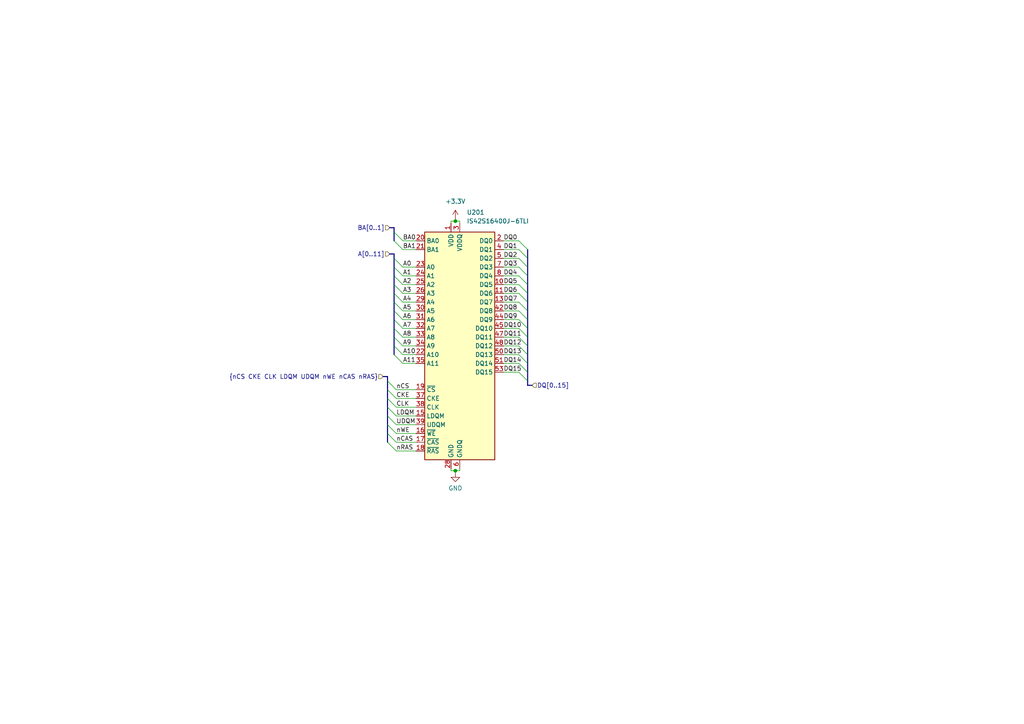
<source format=kicad_sch>
(kicad_sch (version 20211123) (generator eeschema)
  (paper "A4")
  (lib_symbols
    (symbol "Memory_RAM:IS42S16400J-xT"
      (property "Reference" "U" (at -8.89 34.29 0))
      (property "Value" "IS42S16400J-xT" (at 8.89 34.29 0))
      (symbol "IS42S16400J-xT_1_1"
        (rectangle (start -10.16 33.02) (end 10.16 -33.02) (stroke (width 0.254)) (fill (type background)))
        (pin power_in line (at -2.54 35.56 270) (length 2.54) (name "VDD") (number "1"))
        (pin bidirectional line (at 12.7 17.78 180) (length 2.54) (name "DQ5") (number "10"))
        (pin bidirectional line (at 12.7 15.24 180) (length 2.54) (name "DQ6") (number "11"))
        (pin passive line (at 0 -35.56 90) (length 2.54) hide (name "GNDQ") (number "12"))
        (pin bidirectional line (at 12.7 12.7 180) (length 2.54) (name "DQ7") (number "13"))
        (pin passive line (at -2.54 35.56 270) (length 2.54) hide (name "VDD") (number "14"))
        (pin input line (at -12.7 -20.32 0) (length 2.54) (name "LDQM") (number "15"))
        (pin input line (at -12.7 -25.4 0) (length 2.54) (name "~{WE}") (number "16"))
        (pin input line (at -12.7 -27.94 0) (length 2.54) (name "~{CAS}") (number "17"))
        (pin input line (at -12.7 -30.48 0) (length 2.54) (name "~{RAS}") (number "18"))
        (pin input line (at -12.7 -12.7 0) (length 2.54) (name "~{CS}") (number "19"))
        (pin bidirectional line (at 12.7 30.48 180) (length 2.54) (name "DQ0") (number "2"))
        (pin input line (at -12.7 30.48 0) (length 2.54) (name "BA0") (number "20"))
        (pin input line (at -12.7 27.94 0) (length 2.54) (name "BA1") (number "21"))
        (pin input line (at -12.7 -2.54 0) (length 2.54) (name "A10") (number "22"))
        (pin input line (at -12.7 22.86 0) (length 2.54) (name "A0") (number "23"))
        (pin input line (at -12.7 20.32 0) (length 2.54) (name "A1") (number "24"))
        (pin input line (at -12.7 17.78 0) (length 2.54) (name "A2") (number "25"))
        (pin input line (at -12.7 15.24 0) (length 2.54) (name "A3") (number "26"))
        (pin passive line (at -2.54 35.56 270) (length 2.54) hide (name "VDD") (number "27"))
        (pin power_in line (at -2.54 -35.56 90) (length 2.54) (name "GND") (number "28"))
        (pin input line (at -12.7 12.7 0) (length 2.54) (name "A4") (number "29"))
        (pin power_in line (at 0 35.56 270) (length 2.54) (name "VDDQ") (number "3"))
        (pin input line (at -12.7 10.16 0) (length 2.54) (name "A5") (number "30"))
        (pin input line (at -12.7 7.62 0) (length 2.54) (name "A6") (number "31"))
        (pin input line (at -12.7 5.08 0) (length 2.54) (name "A7") (number "32"))
        (pin input line (at -12.7 2.54 0) (length 2.54) (name "A8") (number "33"))
        (pin input line (at -12.7 0 0) (length 2.54) (name "A9") (number "34"))
        (pin input line (at -12.7 -5.08 0) (length 2.54) (name "A11") (number "35"))
        (pin no_connect line (at 10.16 -17.78 180) (length 2.54) hide (name "NC") (number "36"))
        (pin input line (at -12.7 -15.24 0) (length 2.54) (name "CKE") (number "37"))
        (pin input line (at -12.7 -17.78 0) (length 2.54) (name "CLK") (number "38"))
        (pin input line (at -12.7 -22.86 0) (length 2.54) (name "UDQM") (number "39"))
        (pin bidirectional line (at 12.7 27.94 180) (length 2.54) (name "DQ1") (number "4"))
        (pin no_connect line (at 10.16 -20.32 180) (length 2.54) hide (name "NC") (number "40"))
        (pin passive line (at -2.54 -35.56 90) (length 2.54) hide (name "GND") (number "41"))
        (pin bidirectional line (at 12.7 10.16 180) (length 2.54) (name "DQ8") (number "42"))
        (pin passive line (at 0 35.56 270) (length 2.54) hide (name "VDDQ") (number "43"))
        (pin bidirectional line (at 12.7 7.62 180) (length 2.54) (name "DQ9") (number "44"))
        (pin bidirectional line (at 12.7 5.08 180) (length 2.54) (name "DQ10") (number "45"))
        (pin passive line (at 0 -35.56 90) (length 2.54) hide (name "GNDQ") (number "46"))
        (pin bidirectional line (at 12.7 2.54 180) (length 2.54) (name "DQ11") (number "47"))
        (pin bidirectional line (at 12.7 0 180) (length 2.54) (name "DQ12") (number "48"))
        (pin passive line (at 0 35.56 270) (length 2.54) hide (name "VDDQ") (number "49"))
        (pin bidirectional line (at 12.7 25.4 180) (length 2.54) (name "DQ2") (number "5"))
        (pin bidirectional line (at 12.7 -2.54 180) (length 2.54) (name "DQ13") (number "50"))
        (pin bidirectional line (at 12.7 -5.08 180) (length 2.54) (name "DQ14") (number "51"))
        (pin passive line (at 0 -35.56 90) (length 2.54) hide (name "GNDQ") (number "52"))
        (pin bidirectional line (at 12.7 -7.62 180) (length 2.54) (name "DQ15") (number "53"))
        (pin passive line (at -2.54 -35.56 90) (length 2.54) hide (name "GND") (number "54"))
        (pin power_in line (at 0 -35.56 90) (length 2.54) (name "GNDQ") (number "6"))
        (pin bidirectional line (at 12.7 22.86 180) (length 2.54) (name "DQ3") (number "7"))
        (pin bidirectional line (at 12.7 20.32 180) (length 2.54) (name "DQ4") (number "8"))
        (pin passive line (at 0 35.56 270) (length 2.54) hide (name "VDDQ") (number "9"))
      )
    )
    (symbol "power:+3.3V" (power) (pin_names (offset 0))
      (property "Value" "+3.3V" (at 0 3.556 0))
      (symbol "+3.3V_0_1"
        (polyline (pts (xy -0.762 1.27) (xy 0 2.54)))
        (polyline (pts (xy 0 0) (xy 0 2.54)))
        (polyline (pts (xy 0 2.54) (xy 0.762 1.27)))
      )
      (symbol "+3.3V_1_1"
        (pin power_in line (at 0 0 90) (length 0) hide (name "+3.3V") (number "1"))
      )
    )
    (symbol "power:GND" (power) (pin_names (offset 0))
      (property "Value" "GND" (at 0 -3.81 0))
      (symbol "GND_0_1"
        (polyline (pts (xy 0 0) (xy 0 -1.27) (xy 1.27 -1.27) (xy 0 -2.54) (xy -1.27 -1.27) (xy 0 -1.27)))
      )
      (symbol "GND_1_1"
        (pin power_in line (at 0 0 270) (length 0) hide (name "GND") (number "1"))
      )
    )
  )
  (junction (at 132.08 136.525))
  (junction (at 132.08 64.135))
  (bus_entry (at 150.495 72.39) (size 2.54 2.54))
  (bus_entry (at 150.495 69.85) (size 2.54 2.54))
  (bus_entry (at 114.3 67.31) (size 2.54 2.54))
  (bus_entry (at 114.3 69.85) (size 2.54 2.54))
  (bus_entry (at 114.3 85.09) (size 2.54 2.54))
  (bus_entry (at 114.3 102.87) (size 2.54 2.54))
  (bus_entry (at 114.3 97.79) (size 2.54 2.54))
  (bus_entry (at 114.3 100.33) (size 2.54 2.54))
  (bus_entry (at 114.3 95.25) (size 2.54 2.54))
  (bus_entry (at 114.3 90.17) (size 2.54 2.54))
  (bus_entry (at 114.3 92.71) (size 2.54 2.54))
  (bus_entry (at 114.3 80.01) (size 2.54 2.54))
  (bus_entry (at 114.3 82.55) (size 2.54 2.54))
  (bus_entry (at 114.3 74.93) (size 2.54 2.54))
  (bus_entry (at 114.3 77.47) (size 2.54 2.54))
  (bus_entry (at 114.3 87.63) (size 2.54 2.54))
  (bus_entry (at 150.495 74.93) (size 2.54 2.54))
  (bus_entry (at 150.495 77.47) (size 2.54 2.54))
  (bus_entry (at 150.495 80.01) (size 2.54 2.54))
  (bus_entry (at 150.495 82.55) (size 2.54 2.54))
  (bus_entry (at 150.495 95.25) (size 2.54 2.54))
  (bus_entry (at 150.495 97.79) (size 2.54 2.54))
  (bus_entry (at 150.495 90.17) (size 2.54 2.54))
  (bus_entry (at 150.495 92.71) (size 2.54 2.54))
  (bus_entry (at 150.495 100.33) (size 2.54 2.54))
  (bus_entry (at 150.495 102.87) (size 2.54 2.54))
  (bus_entry (at 150.495 85.09) (size 2.54 2.54))
  (bus_entry (at 150.495 87.63) (size 2.54 2.54))
  (bus_entry (at 150.495 107.95) (size 2.54 2.54))
  (bus_entry (at 150.495 105.41) (size 2.54 2.54))
  (bus_entry (at 112.395 128.27) (size 2.54 2.54))
  (bus_entry (at 112.395 125.73) (size 2.54 2.54))
  (bus_entry (at 112.395 123.19) (size 2.54 2.54))
  (bus_entry (at 112.395 115.57) (size 2.54 2.54))
  (bus_entry (at 112.395 113.03) (size 2.54 2.54))
  (bus_entry (at 112.395 110.49) (size 2.54 2.54))
  (bus_entry (at 112.395 120.65) (size 2.54 2.54))
  (bus_entry (at 112.395 118.11) (size 2.54 2.54))
  (wire (pts (xy 146.05 92.71) (xy 150.495 92.71)))
  (wire (pts (xy 133.35 64.135) (xy 133.35 64.77)))
  (bus (pts (xy 112.395 125.73) (xy 112.395 123.19)))
  (wire (pts (xy 116.84 95.25) (xy 120.65 95.25)))
  (bus (pts (xy 112.395 123.19) (xy 112.395 120.65)))
  (bus (pts (xy 113.03 73.66) (xy 114.3 73.66)))
  (wire (pts (xy 146.05 90.17) (xy 150.495 90.17)))
  (wire (pts (xy 132.08 64.135) (xy 133.35 64.135)))
  (bus (pts (xy 153.035 105.41) (xy 153.035 107.95)))
  (bus (pts (xy 114.3 97.79) (xy 114.3 95.25)))
  (wire (pts (xy 146.05 87.63) (xy 150.495 87.63)))
  (bus (pts (xy 114.3 87.63) (xy 114.3 85.09)))
  (wire (pts (xy 114.935 125.73) (xy 120.65 125.73)))
  (bus (pts (xy 153.035 85.09) (xy 153.035 87.63)))
  (bus (pts (xy 114.3 77.47) (xy 114.3 74.93)))
  (wire (pts (xy 146.05 74.93) (xy 150.495 74.93)))
  (bus (pts (xy 114.3 85.09) (xy 114.3 82.55)))
  (bus (pts (xy 153.035 100.33) (xy 153.035 102.87)))
  (bus (pts (xy 153.035 90.17) (xy 153.035 92.71)))
  (wire (pts (xy 116.84 92.71) (xy 120.65 92.71)))
  (bus (pts (xy 114.3 82.55) (xy 114.3 80.01)))
  (wire (pts (xy 132.08 136.525) (xy 130.81 136.525)))
  (wire (pts (xy 146.05 77.47) (xy 150.495 77.47)))
  (bus (pts (xy 112.395 110.49) (xy 112.395 109.22)))
  (wire (pts (xy 116.84 90.17) (xy 120.65 90.17)))
  (bus (pts (xy 114.3 69.85) (xy 114.3 67.31)))
  (bus (pts (xy 153.035 111.76) (xy 154.305 111.76)))
  (wire (pts (xy 116.84 102.87) (xy 120.65 102.87)))
  (bus (pts (xy 114.3 80.01) (xy 114.3 77.47)))
  (wire (pts (xy 146.05 95.25) (xy 150.495 95.25)))
  (bus (pts (xy 114.3 92.71) (xy 114.3 90.17)))
  (wire (pts (xy 146.05 100.33) (xy 150.495 100.33)))
  (bus (pts (xy 153.035 74.93) (xy 153.035 77.47)))
  (bus (pts (xy 114.3 100.33) (xy 114.3 97.79)))
  (wire (pts (xy 146.05 69.85) (xy 150.495 69.85)))
  (wire (pts (xy 114.935 128.27) (xy 120.65 128.27)))
  (wire (pts (xy 114.935 115.57) (xy 120.65 115.57)))
  (wire (pts (xy 116.84 87.63) (xy 120.65 87.63)))
  (wire (pts (xy 116.84 105.41) (xy 120.65 105.41)))
  (wire (pts (xy 132.08 64.135) (xy 130.81 64.135)))
  (wire (pts (xy 132.08 63.5) (xy 132.08 64.135)))
  (wire (pts (xy 116.84 85.09) (xy 120.65 85.09)))
  (bus (pts (xy 112.395 118.11) (xy 112.395 115.57)))
  (wire (pts (xy 114.935 118.11) (xy 120.65 118.11)))
  (wire (pts (xy 146.05 82.55) (xy 150.495 82.55)))
  (bus (pts (xy 112.395 128.27) (xy 112.395 125.73)))
  (wire (pts (xy 116.84 82.55) (xy 120.65 82.55)))
  (wire (pts (xy 146.05 102.87) (xy 150.495 102.87)))
  (bus (pts (xy 153.035 107.95) (xy 153.035 110.49)))
  (wire (pts (xy 114.935 120.65) (xy 120.65 120.65)))
  (bus (pts (xy 114.3 102.87) (xy 114.3 100.33)))
  (bus (pts (xy 112.395 120.65) (xy 112.395 118.11)))
  (bus (pts (xy 153.035 77.47) (xy 153.035 80.01)))
  (wire (pts (xy 116.84 72.39) (xy 120.65 72.39)))
  (bus (pts (xy 114.3 67.31) (xy 114.3 66.04)))
  (bus (pts (xy 153.035 102.87) (xy 153.035 105.41)))
  (wire (pts (xy 114.935 123.19) (xy 120.65 123.19)))
  (bus (pts (xy 153.035 87.63) (xy 153.035 90.17)))
  (bus (pts (xy 114.3 74.93) (xy 114.3 73.66)))
  (bus (pts (xy 114.3 95.25) (xy 114.3 92.71)))
  (wire (pts (xy 146.05 107.95) (xy 150.495 107.95)))
  (wire (pts (xy 114.935 113.03) (xy 120.65 113.03)))
  (wire (pts (xy 116.84 77.47) (xy 120.65 77.47)))
  (wire (pts (xy 146.05 72.39) (xy 150.495 72.39)))
  (wire (pts (xy 130.81 135.89) (xy 130.81 136.525)))
  (wire (pts (xy 146.05 80.01) (xy 150.495 80.01)))
  (bus (pts (xy 113.03 66.04) (xy 114.3 66.04)))
  (wire (pts (xy 116.84 80.01) (xy 120.65 80.01)))
  (bus (pts (xy 153.035 82.55) (xy 153.035 85.09)))
  (wire (pts (xy 114.935 130.81) (xy 120.65 130.81)))
  (bus (pts (xy 153.035 72.39) (xy 153.035 74.93)))
  (wire (pts (xy 116.84 69.85) (xy 120.65 69.85)))
  (bus (pts (xy 114.3 90.17) (xy 114.3 87.63)))
  (bus (pts (xy 153.035 80.01) (xy 153.035 82.55)))
  (wire (pts (xy 146.05 97.79) (xy 150.495 97.79)))
  (bus (pts (xy 153.035 97.79) (xy 153.035 100.33)))
  (wire (pts (xy 133.35 135.89) (xy 133.35 136.525)))
  (bus (pts (xy 153.035 92.71) (xy 153.035 95.25)))
  (wire (pts (xy 116.84 100.33) (xy 120.65 100.33)))
  (bus (pts (xy 112.395 115.57) (xy 112.395 113.03)))
  (bus (pts (xy 153.035 110.49) (xy 153.035 111.76)))
  (wire (pts (xy 132.08 136.525) (xy 133.35 136.525)))
  (wire (pts (xy 146.05 105.41) (xy 150.495 105.41)))
  (wire (pts (xy 116.84 97.79) (xy 120.65 97.79)))
  (wire (pts (xy 132.08 137.16) (xy 132.08 136.525)))
  (bus (pts (xy 112.395 113.03) (xy 112.395 110.49)))
  (wire (pts (xy 146.05 85.09) (xy 150.495 85.09)))
  (wire (pts (xy 130.81 64.135) (xy 130.81 64.77)))
  (bus (pts (xy 153.035 95.25) (xy 153.035 97.79)))
  (bus (pts (xy 111.125 109.22) (xy 112.395 109.22)))
  (label "BA0" (at 116.84 69.85 0))
  (label "DQ1" (at 146.05 72.39 0))
  (label "A10" (at 116.84 102.87 0))
  (label "DQ8" (at 146.05 90.17 0))
  (label "DQ14" (at 146.05 105.41 0))
  (label "UDQM" (at 114.935 123.19 0))
  (label "DQ9" (at 146.05 92.71 0))
  (label "DQ0" (at 146.05 69.85 0))
  (label "nWE" (at 114.935 125.73 0))
  (label "CKE" (at 114.935 115.57 0))
  (label "A7" (at 116.84 95.25 0))
  (label "DQ10" (at 146.05 95.25 0))
  (label "DQ11" (at 146.05 97.79 0))
  (label "nCAS" (at 114.935 128.27 0))
  (label "A0" (at 116.84 77.47 0))
  (label "DQ6" (at 146.05 85.09 0))
  (label "A8" (at 116.84 97.79 0))
  (label "A4" (at 116.84 87.63 0))
  (label "A9" (at 116.84 100.33 0))
  (label "nRAS" (at 114.935 130.81 0))
  (label "A1" (at 116.84 80.01 0))
  (label "DQ12" (at 146.05 100.33 0))
  (label "DQ13" (at 146.05 102.87 0))
  (label "DQ15" (at 146.05 107.95 0))
  (label "CLK" (at 114.935 118.11 0))
  (label "DQ5" (at 146.05 82.55 0))
  (label "DQ2" (at 146.05 74.93 0))
  (label "A2" (at 116.84 82.55 0))
  (label "BA1" (at 116.84 72.39 0))
  (label "A3" (at 116.84 85.09 0))
  (label "A11" (at 116.84 105.41 0))
  (label "DQ4" (at 146.05 80.01 0))
  (label "DQ3" (at 146.05 77.47 0))
  (label "LDQM" (at 114.935 120.65 0))
  (label "A6" (at 116.84 92.71 0))
  (label "A5" (at 116.84 90.17 0))
  (label "nCS" (at 114.935 113.03 0))
  (label "DQ7" (at 146.05 87.63 0))
  (hierarchical_label "A[0..11]" (shape input) (at 113.03 73.66 180))
  (hierarchical_label "BA[0..1]" (shape input) (at 113.03 66.04 180))
  (hierarchical_label "{nCS CKE CLK LDQM UDQM nWE nCAS nRAS}" (shape input) (at 111.125 109.22 180))
  (hierarchical_label "DQ[0..15]" (shape input) (at 154.305 111.76 0))
  (symbol (lib_id "power:+3.3V") (at 132.08 63.5 0) (unit 1)
    (property "Reference" "#PWR0102" (effects hide))
    (property "Value" "+3.3V" (at 132.08 58.42 0))
  )
  (symbol (lib_id "Memory_RAM:IS42S16400J-xT") (at 133.35 100.33 0) (unit 1)
    (property "Reference" "U201" (at 135.3694 61.595 0) (effects (justify left)))
    (property "Value" "IS42S16400J-6TLI" (at 135.3694 64.135 0) (effects (justify left)))
    (property "Footprint" "Package_SO:TSOP-II-54_22.2x10.16mm_P0.8mm" (effects hide))
    (property "Datasheet" "http://www.issi.com/WW/pdf/42-45S16400J.pdf" (effects hide))
  )
  (symbol (lib_id "power:GND") (at 132.08 137.16 0) (unit 1)
    (property "Reference" "#PWR0101" (effects hide))
    (property "Value" "GND" (at 132.08 141.605 0))
  )
)
</source>
